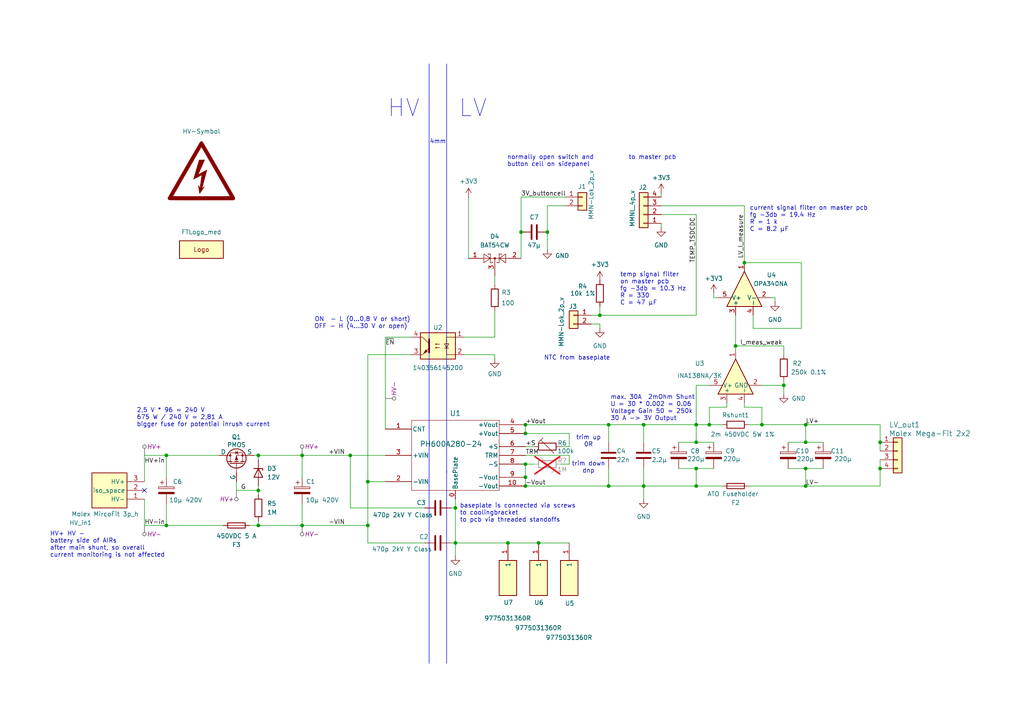
<source format=kicad_sch>
(kicad_sch (version 20231120) (generator "eeschema") (generator_version "8.0")
  (paper "A4")
  (title_block (title "TS-DCDC") (date "2024-12-12") (rev "0.5"))
  (lib_symbols
    (symbol "2024-11-18_21-41-11:PH600A280-24" (pin_names (offset 0.254))
      (property "Reference" "U1" (at 20.32 7.112 0))
      (property "Value" "PH600A280-24" (at 19.05 -1.778 0))
      (symbol "PH600A280-24_1_1"
        (pin passive line (at 20.32 -17.78 90) (length 2.54) (name "BasePlate") (number "0"))
        (pin input line (at 0 2.54 0) (length 7.62) (name "CNT") (number "1"))
        (pin power_out line (at 40.64 -13.97 180) (length 7.62) (name "-Vout") (number "10"))
        (pin power_in line (at 0 -12.7 0) (length 7.62) (name "-VIN") (number "2"))
        (pin power_in line (at 0 -5.08 0) (length 7.62) (name "+VIN") (number "3"))
        (pin power_out line (at 40.64 3.81 180) (length 7.62) (name "+Vout") (number "4"))
        (pin power_out line (at 40.64 1.27 180) (length 7.62) (name "+Vout") (number "5"))
        (pin input line (at 40.64 -2.54 180) (length 7.62) (name "+S") (number "6"))
        (pin input line (at 40.64 -5.08 180) (length 7.62) (name "TRM") (number "7"))
        (pin input line (at 40.64 -7.62 180) (length 7.62) (name "-S") (number "8"))
        (pin power_out line (at 40.64 -11.43 180) (length 7.62) (name "-Vout") (number "9"))
      )
    )
    (symbol "43650-0317:43650-0317"
      (property "Reference" "HV_in1" (at 18.542 -11.938 0))
      (property "Value" "Molex MircoFit 3p_h" (at 11.43 -9.398 0))
      (symbol "43650-0317_1_1"
        (pin power_out line (at 0 -5.08 0) (length 5.08) (name "HV-") (number "1"))
        (pin passive line (at 0 -2.54 0) (length 5.08) (name "iso_space") (number "2"))
        (pin power_out line (at 0 0 0) (length 5.08) (name "HV+") (number "3"))
      )
    )
    (symbol "9775031360R:9775031360R"
      (property "Reference" "U" (at 16.51 7.62 0))
      (property "Value" "9775031360R" (at 16.51 5.08 0))
      (symbol "9775031360R_1_1"
        (pin passive line (at 0 0 0) (length 5.08) (name "1") (number "1"))
      )
    )
    (symbol "Amplifier_Current:INA138" (pin_names (offset 0.127))
      (property "Reference" "U" (at 3.81 5.08 0))
      (property "Value" "INA138" (at 3.81 2.54 0))
      (symbol "INA138_1_1"
        (pin output line (at 7.62 0 180) (length 2.54) (name "~") (number "1"))
        (pin power_in line (at -2.54 -7.62 90) (length 3.81) (name "GND") (number "2"))
        (pin input line (at -7.62 2.54 0) (length 2.54) (name "+") (number "3"))
        (pin input line (at -7.62 -2.54 0) (length 2.54) (name "-") (number "4"))
        (pin power_in line (at -2.54 7.62 270) (length 3.81) (name "V+") (number "5"))
      )
    )
    (symbol "Amplifier_Operational:OPA340NA" (pin_names (offset 0.127))
      (property "Reference" "U" (at -1.27 6.35 0))
      (property "Value" "OPA340NA" (at -1.27 3.81 0))
      (symbol "OPA340NA_0_1"
        (pin power_in line (at -2.54 -7.62 90) (length 3.81) (name "V-") (number "2"))
        (pin power_in line (at -2.54 7.62 270) (length 3.81) (name "V+") (number "5"))
      )
      (symbol "OPA340NA_1_1"
        (pin output line (at 7.62 0 180) (length 2.54) (name "~") (number "1"))
        (pin input line (at -7.62 2.54 0) (length 2.54) (name "+") (number "3"))
        (pin input line (at -7.62 -2.54 0) (length 2.54) (name "-") (number "4"))
      )
    )
    (symbol "Conn_01x02_1" (pin_names (offset 1.016) hide)
      (property "Reference" "J3" (at -1.016 -5.08 0))
      (property "Value" "MMN-Lok_2p_v" (at 3.556 -7.874 90))
      (symbol "Conn_01x02_1_1_1"
        (pin passive line (at -5.08 -2.54 0) (length 3.81) (name "Pin_1") (number "1"))
        (pin passive line (at -5.08 0 0) (length 3.81) (name "Pin_2") (number "2"))
      )
    )
    (symbol "Connector_Generic:Conn_01x02" (pin_names (offset 1.016) hide)
      (property "Reference" "J" (at 0 2.54 0))
      (property "Value" "Conn_01x02" (at 0 -5.08 0))
      (symbol "Conn_01x02_1_1"
        (pin passive line (at -5.08 0 0) (length 3.81) (name "Pin_1") (number "1"))
        (pin passive line (at -5.08 -2.54 0) (length 3.81) (name "Pin_2") (number "2"))
      )
    )
    (symbol "Connector_Generic:Conn_01x04" (pin_names (offset 1.016) hide)
      (property "Reference" "J" (at 0 5.08 0))
      (property "Value" "Conn_01x04" (at 0 -7.62 0))
      (symbol "Conn_01x04_1_1"
        (pin passive line (at -5.08 2.54 0) (length 3.81) (name "Pin_1") (number "1"))
        (pin passive line (at -5.08 0 0) (length 3.81) (name "Pin_2") (number "2"))
        (pin passive line (at -5.08 -2.54 0) (length 3.81) (name "Pin_3") (number "3"))
        (pin passive line (at -5.08 -5.08 0) (length 3.81) (name "Pin_4") (number "4"))
      )
    )
    (symbol "Device:C" (pin_numbers hide) (pin_names (offset 0.254))
      (property "Reference" "C" (at 0.635 2.54 0))
      (property "Value" "C" (at 0.635 -2.54 0))
      (symbol "C_1_1"
        (pin passive line (at 0 3.81 270) (length 2.794) (name "~") (number "1"))
        (pin passive line (at 0 -3.81 90) (length 2.794) (name "~") (number "2"))
      )
    )
    (symbol "Device:C_Polarized" (pin_numbers hide) (pin_names (offset 0.254))
      (property "Reference" "C" (at 0.635 2.54 0))
      (property "Value" "C_Polarized" (at 0.635 -2.54 0))
      (symbol "C_Polarized_1_1"
        (pin passive line (at 0 3.81 270) (length 2.794) (name "~") (number "1"))
        (pin passive line (at 0 -3.81 90) (length 2.794) (name "~") (number "2"))
      )
    )
    (symbol "Device:D_Zener" (pin_numbers hide) (pin_names (offset 1.016) hide)
      (property "Reference" "D" (at 0 2.54 0))
      (property "Value" "D_Zener" (at 0 -2.54 0))
      (symbol "D_Zener_1_1"
        (pin passive line (at -3.81 0 0) (length 2.54) (name "K") (number "1"))
        (pin passive line (at 3.81 0 180) (length 2.54) (name "A") (number "2"))
      )
    )
    (symbol "Device:Fuse" (pin_numbers hide) (pin_names (offset 0))
      (property "Reference" "F" (at 2.032 0 90))
      (property "Value" "Fuse" (at -1.905 0 90))
      (symbol "Fuse_1_1"
        (pin passive line (at 0 3.81 270) (length 1.27) (name "~") (number "1"))
        (pin passive line (at 0 -3.81 90) (length 1.27) (name "~") (number "2"))
      )
    )
    (symbol "Device:R" (pin_numbers hide) (pin_names (offset 0))
      (property "Reference" "R" (at 2.032 0 90))
      (property "Value" "R" (at 0 0 90))
      (symbol "R_1_1"
        (pin passive line (at 0 3.81 270) (length 1.27) (name "~") (number "1"))
        (pin passive line (at 0 -3.81 90) (length 1.27) (name "~") (number "2"))
      )
    )
    (symbol "Device:R_Trim" (pin_numbers hide) (pin_names (offset 0))
      (property "Reference" "R" (at 2.54 -2.54 90))
      (property "Value" "R_Trim" (at -2.54 -0.635 90))
      (symbol "R_Trim_1_1"
        (pin passive line (at 0 3.81 270) (length 1.27) (name "~") (number "1"))
        (pin passive line (at 0 -3.81 90) (length 1.27) (name "~") (number "2"))
      )
    )
    (symbol "Diode:BAT54CW" (pin_names (offset 1.016))
      (property "Reference" "D" (at 0.635 -3.81 0))
      (property "Value" "BAT54CW" (at -6.35 3.175 0))
      (symbol "BAT54CW_1_1"
        (pin passive line (at -7.62 0 0) (length 3.81) (name "~") (number "1"))
        (pin passive line (at 7.62 0 180) (length 3.81) (name "~") (number "2"))
        (pin passive line (at 0 -5.08 90) (length 5.08) (name "~") (number "3"))
      )
    )
    (symbol "FaSTTUBe_logos:FTLogo_med"
      (property "Value" "FTLogo_med" (at 0 -3.81 0))
      (symbol "FTLogo_med_0_0"
        (text "Logo" (at 0 0 0) (effects (font (size 1.27 1.27))))
      )
    )
    (symbol "FaSTTUBe_logos:HV-Symbol" (pin_names (offset 1.016))
      (property "Value" "HV-Symbol" (at 0 -10.16 0))
    )
    (symbol "Fuse_1" (pin_numbers hide) (pin_names (offset 0))
      (property "Reference" "F2" (at 4.826 0 90))
      (property "Value" "ATO Fuseholder" (at 2.286 0.762 90))
      (symbol "Fuse_1_1_1"
        (pin passive line (at 0 3.81 270) (length 1.27) (name "~") (number "1"))
        (pin passive line (at 0 -3.81 90) (length 1.27) (name "~") (number "2"))
      )
    )
    (symbol "Relay_SolidState:34.81-7048"
      (property "Reference" "U2" (at 0 5.334 0))
      (property "Value" "140356145200" (at 0 -6.35 0))
      (symbol "34.81-7048_1_1"
        (pin passive line (at -7.62 2.54 0) (length 2.54) (name "") (number "1"))
        (pin passive line (at -7.62 -2.54 0) (length 2.54) (name "~") (number "2"))
        (pin passive line (at 7.62 -2.54 180) (length 2.54) (name "~") (number "3"))
        (pin passive line (at 7.62 2.54 180) (length 2.54) (name "~") (number "4"))
      )
    )
    (symbol "Simulation_SPICE:PMOS" (pin_numbers hide) (pin_names (offset 0))
      (property "Reference" "Q" (at 5.08 1.27 0))
      (property "Value" "PMOS" (at 5.08 -1.27 0))
      (symbol "PMOS_1_1"
        (pin passive line (at 2.54 5.08 270) (length 2.54) (name "D") (number "1"))
        (pin input line (at -5.08 0 0) (length 2.54) (name "G") (number "2"))
        (pin passive line (at 2.54 -5.08 90) (length 2.54) (name "S") (number "3"))
      )
    )
    (symbol "power:+3V3" (power) (pin_numbers hide) (pin_names (offset 0) hide)
      (property "Value" "+3V3" (at 0 3.556 0))
      (symbol "+3V3_1_1"
        (pin power_in line (at 0 0 90) (length 0) (name "~") (number "1"))
      )
    )
    (symbol "power:GND" (power) (pin_numbers hide) (pin_names (offset 0) hide)
      (property "Value" "GND" (at 0 -3.81 0))
      (symbol "GND_1_1"
        (pin power_in line (at 0 0 270) (length 0) (name "~") (number "1"))
      )
    )
  )
  (junction (at 152.4 134.62))
  (junction (at 186.69 123.19))
  (junction (at 106.68 139.7))
  (junction (at 87.63 152.4))
  (junction (at 48.26 132.08))
  (junction (at 201.93 128.27))
  (junction (at 233.68 140.97))
  (junction (at 213.36 100.33))
  (junction (at 176.53 123.19))
  (junction (at 151.13 67.31))
  (junction (at 152.4 138.43))
  (junction (at 147.32 157.48))
  (junction (at 201.93 135.89))
  (junction (at 48.26 152.4))
  (junction (at 152.4 123.19))
  (junction (at 74.93 152.4))
  (junction (at 132.08 157.48))
  (junction (at 106.68 152.4))
  (junction (at 152.4 140.97))
  (junction (at 74.93 142.24))
  (junction (at 205.74 123.19))
  (junction (at 201.93 123.19))
  (junction (at 176.53 140.97))
  (junction (at 255.27 135.89))
  (junction (at 233.68 128.27))
  (junction (at 233.68 135.89))
  (junction (at 173.99 91.44))
  (junction (at 158.75 67.31))
  (junction (at 156.21 157.48))
  (junction (at 152.4 125.73))
  (junction (at 201.93 140.97))
  (junction (at 220.98 123.19))
  (junction (at 255.27 128.27))
  (junction (at 74.93 132.08))
  (junction (at 132.08 147.32))
  (junction (at 186.69 140.97))
  (junction (at 215.9 76.2))
  (junction (at 233.68 123.19))
  (junction (at 101.6 132.08))
  (junction (at 227.33 111.76))
  (junction (at 87.63 132.08))
  (no_connect (at 41.91 142.24))
  (wire (pts (xy 233.68 135.89) (xy 233.68 140.97)))
  (wire (pts (xy 233.68 128.27) (xy 238.76 128.27)))
  (wire (pts (xy 41.91 152.4) (xy 41.91 144.78)))
  (wire (pts (xy 176.53 123.19) (xy 176.53 128.27)))
  (wire (pts (xy 48.26 152.4) (xy 64.77 152.4)))
  (wire (pts (xy 176.53 135.89) (xy 176.53 140.97)))
  (wire (pts (xy 111.76 97.79) (xy 111.76 124.46)))
  (wire (pts (xy 158.75 59.69) (xy 158.75 67.31)))
  (wire (pts (xy 201.93 123.19) (xy 205.74 123.19)))
  (wire (pts (xy 152.4 134.62) (xy 154.94 134.62)))
  (wire (pts (xy 228.6 128.27) (xy 233.68 128.27)))
  (wire (pts (xy 74.93 132.08) (xy 87.63 132.08)))
  (wire (pts (xy 201.93 111.76) (xy 205.74 111.76)))
  (wire (pts (xy 106.68 139.7) (xy 111.76 139.7)))
  (wire (pts (xy 151.13 57.15) (xy 163.83 57.15)))
  (wire (pts (xy 132.08 157.48) (xy 130.81 157.48)))
  (wire (pts (xy 106.68 139.7) (xy 106.68 152.4)))
  (wire (pts (xy 201.93 62.23) (xy 201.93 91.44)))
  (wire (pts (xy 173.99 93.98) (xy 171.45 93.98)))
  (wire (pts (xy 143.51 80.01) (xy 143.51 82.55)))
  (wire (pts (xy 132.08 157.48) (xy 147.32 157.48)))
  (wire (pts (xy 74.93 152.4) (xy 87.63 152.4)))
  (wire (pts (xy 205.74 123.19) (xy 209.55 123.19)))
  (wire (pts (xy 134.62 102.87) (xy 143.51 102.87)))
  (wire (pts (xy 165.1 129.54) (xy 162.56 129.54)))
  (wire (pts (xy 134.62 97.79) (xy 143.51 97.79)))
  (wire (pts (xy 201.93 111.76) (xy 201.93 123.19)))
  (wire (pts (xy 210.82 116.84) (xy 210.82 118.11)))
  (wire (pts (xy 210.82 118.11) (xy 205.74 118.11)))
  (wire (pts (xy 135.89 57.15) (xy 135.89 74.93)))
  (wire (pts (xy 218.44 95.25) (xy 232.41 95.25)))
  (wire (pts (xy 165.1 134.62) (xy 165.1 132.08)))
  (wire (pts (xy 227.33 111.76) (xy 227.33 114.3)))
  (wire (pts (xy 152.4 123.19) (xy 176.53 123.19)))
  (polyline (pts (xy 124.46 18.542) (xy 124.46 192.405)))
  (wire (pts (xy 208.28 86.36) (xy 207.01 86.36)))
  (wire (pts (xy 191.77 66.04) (xy 191.77 64.77)))
  (wire (pts (xy 151.13 57.15) (xy 151.13 67.31)))
  (wire (pts (xy 152.4 138.43) (xy 152.4 134.62)))
  (wire (pts (xy 41.91 152.4) (xy 48.26 152.4)))
  (wire (pts (xy 217.17 140.97) (xy 233.68 140.97)))
  (wire (pts (xy 132.08 147.32) (xy 132.08 157.48)))
  (wire (pts (xy 220.98 118.11) (xy 220.98 123.19)))
  (wire (pts (xy 255.27 128.27) (xy 255.27 130.81)))
  (wire (pts (xy 224.79 87.63) (xy 224.79 86.36)))
  (wire (pts (xy 186.69 123.19) (xy 201.93 123.19)))
  (wire (pts (xy 152.4 129.54) (xy 154.94 129.54)))
  (wire (pts (xy 48.26 146.05) (xy 48.26 152.4)))
  (wire (pts (xy 74.93 133.35) (xy 74.93 132.08)))
  (wire (pts (xy 74.93 143.51) (xy 74.93 142.24)))
  (wire (pts (xy 68.58 139.7) (xy 68.58 142.24)))
  (wire (pts (xy 233.68 140.97) (xy 255.27 140.97)))
  (wire (pts (xy 106.68 152.4) (xy 106.68 157.48)))
  (wire (pts (xy 213.36 91.44) (xy 213.36 100.33)))
  (wire (pts (xy 186.69 140.97) (xy 201.93 140.97)))
  (wire (pts (xy 173.99 88.9) (xy 173.99 91.44)))
  (wire (pts (xy 213.36 100.33) (xy 227.33 100.33)))
  (wire (pts (xy 72.39 152.4) (xy 74.93 152.4)))
  (wire (pts (xy 173.99 91.44) (xy 201.93 91.44)))
  (wire (pts (xy 186.69 123.19) (xy 186.69 128.27)))
  (wire (pts (xy 186.69 140.97) (xy 186.69 144.78)))
  (wire (pts (xy 220.98 111.76) (xy 227.33 111.76)))
  (wire (pts (xy 201.93 128.27) (xy 207.01 128.27)))
  (wire (pts (xy 186.69 135.89) (xy 186.69 140.97)))
  (wire (pts (xy 201.93 135.89) (xy 201.93 140.97)))
  (wire (pts (xy 158.75 67.31) (xy 158.75 72.39)))
  (wire (pts (xy 220.98 118.11) (xy 215.9 118.11)))
  (wire (pts (xy 228.6 135.89) (xy 233.68 135.89)))
  (wire (pts (xy 73.66 132.08) (xy 74.93 132.08)))
  (wire (pts (xy 87.63 152.4) (xy 106.68 152.4)))
  (wire (pts (xy 106.68 102.87) (xy 119.38 102.87)))
  (wire (pts (xy 87.63 132.08) (xy 101.6 132.08)))
  (wire (pts (xy 132.08 144.78) (xy 132.08 147.32)))
  (polyline (pts (xy 129.54 136.525) (xy 129.54 192.405)))
  (wire (pts (xy 152.4 123.19) (xy 152.4 125.73)))
  (wire (pts (xy 87.63 132.08) (xy 87.63 138.43)))
  (wire (pts (xy 191.77 57.15) (xy 191.77 55.88)))
  (wire (pts (xy 232.41 76.2) (xy 215.9 76.2)))
  (wire (pts (xy 201.93 140.97) (xy 209.55 140.97)))
  (wire (pts (xy 165.1 125.73) (xy 152.4 125.73)))
  (wire (pts (xy 74.93 142.24) (xy 74.93 140.97)))
  (wire (pts (xy 205.74 118.11) (xy 205.74 123.19)))
  (wire (pts (xy 147.32 157.48) (xy 156.21 157.48)))
  (wire (pts (xy 101.6 132.08) (xy 111.76 132.08)))
  (wire (pts (xy 196.85 128.27) (xy 201.93 128.27)))
  (wire (pts (xy 106.68 102.87) (xy 106.68 139.7)))
  (wire (pts (xy 196.85 135.89) (xy 201.93 135.89)))
  (wire (pts (xy 232.41 95.25) (xy 232.41 76.2)))
  (wire (pts (xy 162.56 134.62) (xy 165.1 134.62)))
  (wire (pts (xy 163.83 59.69) (xy 158.75 59.69)))
  (wire (pts (xy 176.53 123.19) (xy 186.69 123.19)))
  (wire (pts (xy 48.26 132.08) (xy 63.5 132.08)))
  (wire (pts (xy 213.36 100.33) (xy 213.36 101.6)))
  (wire (pts (xy 224.79 86.36) (xy 223.52 86.36)))
  (wire (pts (xy 173.99 91.44) (xy 171.45 91.44)))
  (wire (pts (xy 74.93 151.13) (xy 74.93 152.4)))
  (wire (pts (xy 233.68 135.89) (xy 238.76 135.89)))
  (wire (pts (xy 217.17 123.19) (xy 220.98 123.19)))
  (wire (pts (xy 215.9 59.69) (xy 215.9 76.2)))
  (wire (pts (xy 152.4 140.97) (xy 176.53 140.97)))
  (wire (pts (xy 233.68 123.19) (xy 233.68 128.27)))
  (wire (pts (xy 201.93 135.89) (xy 207.01 135.89)))
  (wire (pts (xy 191.77 59.69) (xy 215.9 59.69)))
  (polyline (pts (xy 129.54 18.542) (xy 129.54 137.16)))
  (wire (pts (xy 123.19 147.32) (xy 101.6 147.32)))
  (wire (pts (xy 152.4 140.97) (xy 152.4 138.43)))
  (wire (pts (xy 255.27 133.35) (xy 255.27 135.89)))
  (wire (pts (xy 68.58 142.24) (xy 74.93 142.24)))
  (wire (pts (xy 176.53 140.97) (xy 186.69 140.97)))
  (wire (pts (xy 233.68 123.19) (xy 255.27 123.19)))
  (wire (pts (xy 173.99 93.98) (xy 173.99 95.25)))
  (wire (pts (xy 215.9 118.11) (xy 215.9 116.84)))
  (wire (pts (xy 152.4 132.08) (xy 165.1 132.08)))
  (wire (pts (xy 255.27 135.89) (xy 255.27 140.97)))
  (wire (pts (xy 151.13 67.31) (xy 151.13 74.93)))
  (wire (pts (xy 143.51 97.79) (xy 143.51 90.17)))
  (wire (pts (xy 165.1 129.54) (xy 165.1 125.73)))
  (wire (pts (xy 132.08 147.32) (xy 130.81 147.32)))
  (wire (pts (xy 132.08 161.29) (xy 132.08 157.48)))
  (wire (pts (xy 101.6 147.32) (xy 101.6 132.08)))
  (wire (pts (xy 48.26 132.08) (xy 48.26 138.43)))
  (wire (pts (xy 106.68 157.48) (xy 123.19 157.48)))
  (wire (pts (xy 111.76 97.79) (xy 119.38 97.79)))
  (wire (pts (xy 165.1 157.48) (xy 156.21 157.48)))
  (wire (pts (xy 227.33 100.33) (xy 227.33 102.87)))
  (wire (pts (xy 220.98 123.19) (xy 233.68 123.19)))
  (wire (pts (xy 41.91 132.08) (xy 48.26 132.08)))
  (wire (pts (xy 207.01 86.36) (xy 207.01 85.09)))
  (wire (pts (xy 41.91 132.08) (xy 41.91 139.7)))
  (wire (pts (xy 255.27 123.19) (xy 255.27 128.27)))
  (wire (pts (xy 227.33 110.49) (xy 227.33 111.76)))
  (wire (pts (xy 201.93 62.23) (xy 191.77 62.23)))
  (wire (pts (xy 218.44 95.25) (xy 218.44 91.44)))
  (wire (pts (xy 87.63 152.4) (xy 87.63 146.05)))
  (wire (pts (xy 143.51 102.87) (xy 143.51 104.14)))
  (wire (pts (xy 201.93 123.19) (xy 201.93 128.27)))
  (text "trim down\ndnp" (at 170.688 135.636 0) (effects (font (size 1.27 1.27))))
  (text " ON  - L (0...0,8 V or short)\nOFF - H (4...30 V or open)" (at 104.648 93.726 0) (effects (font (size 1.27 1.27))))
  (text "max. 30A  2mOhm Shunt \nU = 30 * 0.002 = 0.06\nVoltage Gain 50 = 250k\n30 A -> 3V Output\n" (at 177.038 118.364 0) (effects (font (size 1.27 1.27)) (justify left)))
  (text "trim up\n0R" (at 170.688 128.016 0) (effects (font (size 1.27 1.27))))
  (text "2,5 V * 96 = 240 V\n675 W / 240 V = 2,81 A\nbigger fuse for potential inrush current\n\n" (at 39.624 122.174 0) (effects (font (size 1.27 1.27)) (justify left)))
  (text "current signal filter on master pcb\nfg -3db = 19.4 Hz\nR = 1 k\nC = 8.2 µF\n" (at 217.424 63.5 0) (effects (font (size 1.27 1.27)) (justify left)))
  (text "LV" (at 137.16 31.496 0) (effects (font (size 5 5))))
  (text "4mm" (at 127 41.148 0) (effects (font (size 1.27 1.27))))
  (text "normally open switch and\nbutton cell on sidepanel\n " (at 147.066 44.958 0) (effects (font (size 1.27 1.27)) (justify left top)))
  (text "NTC from baseplate" (at 167.386 103.886 0) (effects (font (size 1.27 1.27))))
  (text "HV" (at 117.094 31.496 0) (effects (font (size 5 5))))
  (text "HV+ HV -\nbattery side of AIRs\nafter main shunt, so overall \ncurrent monitoring is not affected" (at 14.478 157.988 0) (effects (font (size 1.27 1.27)) (justify left)))
  (text "to master pcb" (at 189.23 45.72 0) (effects (font (size 1.27 1.27))))
  (text "baseplate is connected via screws \nto coolingbracket\nto pcb via threaded standoffs\n" (at 133.35 148.844 0) (effects (font (size 1.27 1.27)) (justify left)))
  (text "temp signal filter \non master pcb\nfg -3db = 10.3 Hz\nR = 330\nC = 47 µF" (at 179.832 83.82 0) (effects (font (size 1.27 1.27)) (justify left)))
  (label "LV+" (at 233.68 123.19 0))
  (label "-Vout" (at 152.4 140.97 0))
  (label "LV-" (at 233.68 140.97 0))
  (label "TEMP_TSDCDC" (at 201.93 76.2 90))
  (label "G" (at 69.85 142.24 0))
  (label "+S" (at 152.4 129.54 0))
  (label "+Vout" (at 152.4 123.19 0))
  (label "TRM" (at 152.4 132.08 0))
  (label "-VIN" (at 95.25 152.4 0))
  (label "LV_I_measure" (at 215.9 74.93 90))
  (label "HV+in" (at 41.91 134.62 0))
  (label "I_meas_weak" (at 214.63 100.33 0))
  (label "3V_buttoncell" (at 151.13 57.15 0))
  (label "HV-in" (at 41.91 152.4 0))
  (label "~{EN}" (at 111.76 100.33 0))
  (label "+VIN" (at 95.25 132.08 0))
  (netclass_flag "" (length 2.54) (shape round) (at 41.91 132.08 0) (property "Netclass" "HV+" (at 42.6085 129.54 0) (effects (font (italic yes)) (justify left))))
  (netclass_flag "" (length 2.54) (shape round) (at 41.91 152.4 180) (property "Netclass" "HV-" (at 42.6085 154.94 0) (effects (font (italic yes)) (justify left))))
  (netclass_flag "" (length 2.54) (shape round) (at 111.76 115.57 270) (property "Netclass" "HV-" (at 114.3 114.8715 90) (effects (font (italic yes)) (justify left))))
  (netclass_flag "" (length 2.54) (shape round) (at 87.63 132.08 0) (property "Netclass" "HV+" (at 88.3285 129.54 0) (effects (font (italic yes)) (justify left))))
  (netclass_flag "" (length 2.54) (shape round) (at 68.58 142.24 180) (property "Netclass" "HV+" (at 67.8815 144.78 0) (effects (font (italic yes)) (justify right))))
  (netclass_flag "" (length 2.54) (shape round) (at 87.63 152.4 180) (property "Netclass" "HV-" (at 88.3285 154.94 0) (effects (font (italic yes)) (justify left))))
  (symbol (lib_id "9775031360R:9775031360R") (at 165.1 157.48 270) (unit 1)
    (property "Reference" "U5" (at 163.83 175.006 90) (effects (justify left)))
    (property "Value" "9775031360R" (at 158.242 184.912 90) (effects (justify left)))
    (property "Footprint" "9775031360R" (effects (hide yes)))
    (property "Datasheet" "https://www.we-online.com/components/products/datasheet/9775031360R.pdf" (effects (hide yes)))
    (property "Description" "Round Standoff Threaded M3 Steel 0.039\" (1.00mm)" (effects (hide yes)))
    (property "Height" "4.2" (effects (hide yes)))
    (property "Mouser Part Number" "710-9775031360R" (effects (hide yes)))
    (property "Mouser Price/Stock" "https://www.mouser.co.uk/ProductDetail/Wurth-Elektronik/9775031360R?qs=lBTPRtX1sU%252BooRt%2F6rjYpA%3D%3D" (effects (hide yes)))
    (property "Manufacturer_Name" "Wurth Elektronik" (effects (hide yes)))
    (property "Manufacturer_Part_Number" "9775031360R" (effects (hide yes)))
  )
  (symbol (lib_id "Device:C_Polarized") (at 196.85 132.08 0) (unit 1)
    (property "Reference" "C8" (at 202.946 130.81 0) (effects (justify right)))
    (property "Value" "220µ" (at 204.47 133.096 0) (effects (justify right)))
    (property "Footprint" "Capacitor_THT:CP_Radial_D10.0mm_P5.00mm" (effects (hide yes)))
    (property "Datasheet" "https://mou.sr/3E8B9GR" (effects (hide yes)))
    (property "Description" "Polarized capacitor" (effects (hide yes)))
  )
  (symbol (lib_id "Device:C") (at 176.53 132.08 0) (unit 1)
    (property "Reference" "C4" (at 178.816 130.81 0) (effects (justify left)))
    (property "Value" "22n" (at 178.816 133.35 0) (effects (justify left)))
    (property "Footprint" "Capacitor_SMD:C_1206_3216Metric" (effects (hide yes)))
    (property "Description" "Unpolarized capacitor" (effects (hide yes)))
  )
  (symbol (lib_id "Device:R") (at 74.93 147.32 0) (unit 1)
    (property "Reference" "R5" (at 77.47 146.0499 0) (effects (justify left)))
    (property "Value" "1M" (at 77.47 148.5899 0) (effects (justify left)))
    (property "Footprint" "Resistor_SMD:R_2010_5025Metric" (effects (hide yes)))
    (property "Description" "Resistor" (effects (hide yes)))
  )
  (symbol (lib_id "Connector_Generic:Conn_01x04") (at 186.69 62.23 180) (unit 1)
    (property "Reference" "J2" (at 186.436 54.356 0))
    (property "Value" "MMNL_4p_v" (at 183.388 60.452 90))
    (property "Footprint" "FaSTTUBe_connectors:Micro_Mate-N-Lok_4p_vertical" (effects (hide yes)))
    (property "Description" "Generic connector, single row, 01x04, script generated (kicad-library-utils/schlib/autogen/connector/)" (effects (hide yes)))
  )
  (symbol (lib_id "power:GND") (at 186.69 144.78 0) (unit 1)
    (property "Reference" "#PWR01" (effects (hide yes)))
    (property "Value" "GND" (at 186.69 149.86 0))
    (property "Description" "Power symbol creates a global label with name \"GND\" , ground" (effects (hide yes)))
  )
  (symbol (lib_id "Device:D_Zener") (at 74.93 137.16 270) (unit 1)
    (property "Reference" "D3" (at 77.47 135.8899 90) (effects (justify left)))
    (property "Value" "12V" (at 77.47 138.4299 90) (effects (justify left)))
    (property "Footprint" "Diode_SMD:D_SOD-323" (effects (hide yes)))
    (property "Datasheet" "https://assets.nexperia.com/documents/data-sheet/PDZ-B_SER.pdf" (effects (hide yes)))
    (property "Description" "Zener diode" (effects (hide yes)))
  )
  (symbol (lib_id "power:+3V3") (at 191.77 55.88 0) (mirror y) (unit 1)
    (property "Reference" "#PWR05" (effects (hide yes)))
    (property "Value" "+3V3" (at 191.77 51.562 0))
    (property "Description" "Power symbol creates a global label with name \"+3V3\"" (effects (hide yes)))
  )
  (symbol (lib_id "Amplifier_Operational:OPA340NA") (at 215.9 83.82 90) (unit 1)
    (property "Reference" "U4" (at 223.774 79.756 90))
    (property "Value" "OPA340NA" (at 223.52 82.296 90))
    (property "Footprint" "Package_TO_SOT_SMD:SOT-23-5" (effects (hide yes)))
    (property "Datasheet" "http://www.ti.com/lit/ds/symlink/opa340.pdf" (effects (hide yes)))
    (property "Description" "Single Single-Supply, Rail-to-Rail Operational Amplifier, MicroAmplifier Series, SOT-23-5" (effects (hide yes)))
  )
  (symbol (lib_id "Device:C_Polarized") (at 228.6 132.08 0) (unit 1)
    (property "Reference" "C10" (at 234.696 130.81 0) (effects (justify right)))
    (property "Value" "220µ" (at 236.22 133.096 0) (effects (justify right)))
    (property "Footprint" "Capacitor_THT:CP_Radial_D10.0mm_P5.00mm" (effects (hide yes)))
    (property "Datasheet" "https://mou.sr/3E8B9GR" (effects (hide yes)))
    (property "Description" "Polarized capacitor" (effects (hide yes)))
  )
  (symbol (lib_id "Device:C_Polarized") (at 87.63 142.24 0) (unit 1)
    (property "Reference" "C1" (at 91.44 139.7 0) (effects (justify right)))
    (property "Value" "10µ 420V" (at 98.298 145.034 0) (effects (justify right)))
    (property "Footprint" "Capacitor_THT:CP_Radial_D12.5mm_P5.00mm" (effects (hide yes)))
    (property "Datasheet" "https://mou.sr/3CdDpvY" (effects (hide yes)))
    (property "Description" "Polarized capacitor" (effects (hide yes)))
  )
  (symbol (lib_id "Device:C") (at 127 157.48 90) (unit 1)
    (property "Reference" "C2" (at 122.936 155.702 90))
    (property "Value" "470p 2kV Y Class" (at 116.586 159.258 90))
    (property "Footprint" "footprints:VY1471M29Y5UC63V0" (effects (hide yes)))
    (property "Datasheet" "https://www.vishay.com/docs/28537/vy1series.pdf" (effects (hide yes)))
    (property "Description" "Unpolarized capacitor" (effects (hide yes)))
  )
  (symbol (lib_id "Device:C_Polarized") (at 207.01 132.08 0) (unit 1)
    (property "Reference" "C9" (at 213.106 130.81 0) (effects (justify right)))
    (property "Value" "220µ" (at 214.884 133.096 0) (effects (justify right)))
    (property "Footprint" "Capacitor_THT:CP_Radial_D10.0mm_P5.00mm" (effects (hide yes)))
    (property "Datasheet" "https://mou.sr/3E8B9GR" (effects (hide yes)))
    (property "Description" "Polarized capacitor" (effects (hide yes)))
  )
  (symbol (lib_id "9775031360R:9775031360R") (at 156.21 157.48 270) (unit 1)
    (property "Reference" "U6" (at 154.94 174.752 90) (effects (justify left)))
    (property "Value" "9775031360R" (at 149.352 182.118 90) (effects (justify left)))
    (property "Footprint" "9775031360R" (effects (hide yes)))
    (property "Datasheet" "https://www.we-online.com/components/products/datasheet/9775031360R.pdf" (effects (hide yes)))
    (property "Description" "Round Standoff Threaded M3 Steel 0.039\" (1.00mm)" (effects (hide yes)))
    (property "Height" "4.2" (effects (hide yes)))
    (property "Mouser Part Number" "710-9775031360R" (effects (hide yes)))
    (property "Mouser Price/Stock" "https://www.mouser.co.uk/ProductDetail/Wurth-Elektronik/9775031360R?qs=lBTPRtX1sU%252BooRt%2F6rjYpA%3D%3D" (effects (hide yes)))
    (property "Manufacturer_Name" "Wurth Elektronik" (effects (hide yes)))
    (property "Manufacturer_Part_Number" "9775031360R" (effects (hide yes)))
  )
  (symbol (lib_id "2024-11-18_21-41-11:PH600A280-24") (at 111.76 127 0) (unit 1)
    (property "Reference" "U1" (at 132.08 119.888 0) (effects (font (size 1.524 1.524))))
    (property "Value" "PH600A280-24" (at 130.81 128.778 0) (effects (font (size 1.524 1.524))))
    (property "Footprint" "footprints:PH300A_thru_PH600A_TDK" (effects (hide yes)))
    (property "Datasheet" "PH600A280-24" (effects (hide yes)))
  )
  (symbol (lib_id "Device:C") (at 154.94 67.31 90) (unit 1)
    (property "Reference" "C7" (at 154.94 62.992 90))
    (property "Value" "47µ" (at 154.94 71.12 90))
    (property "Footprint" "Capacitor_SMD:C_1210_3225Metric" (effects (hide yes)))
    (property "Description" "Unpolarized capacitor" (effects (hide yes)))
  )
  (symbol (lib_id "power:+3V3") (at 173.99 81.28 0) (mirror y) (unit 1)
    (property "Reference" "#PWR08" (effects (hide yes)))
    (property "Value" "+3V3" (at 173.99 76.708 0))
    (property "Description" "Power symbol creates a global label with name \"+3V3\"" (effects (hide yes)))
  )
  (symbol (lib_id "FaSTTUBe_logos:HV-Symbol") (at 58.42 49.53 0) (unit 1)
    (property "Reference" "#Logo2" (effects (hide yes)))
    (property "Value" "HV-Symbol" (at 58.4225 38.1 0))
    (property "Footprint" "FaSTTUBe_logos:HV-Warning" (effects (hide yes)))
  )
  (symbol (lib_id "Device:C_Polarized") (at 48.26 142.24 0) (unit 1)
    (property "Reference" "C6" (at 52.832 139.7 0) (effects (justify right)))
    (property "Value" "10µ 420V" (at 58.674 145.034 0) (effects (justify right)))
    (property "Footprint" "Capacitor_THT:CP_Radial_D12.5mm_P5.00mm" (effects (hide yes)))
    (property "Datasheet" "https://mou.sr/3CdDpvY" (effects (hide yes)))
    (property "Description" "Polarized capacitor" (effects (hide yes)))
  )
  (symbol (lib_id "power:GND") (at 227.33 114.3 0) (unit 1)
    (property "Reference" "#PWR02" (effects (hide yes)))
    (property "Value" "GND" (at 231.648 115.57 0))
    (property "Description" "Power symbol creates a global label with name \"GND\" , ground" (effects (hide yes)))
  )
  (symbol (lib_id "Device:C_Polarized") (at 238.76 132.08 0) (unit 1)
    (property "Reference" "C11" (at 244.856 130.81 0) (effects (justify right)))
    (property "Value" "220µ" (at 247.142 133.096 0) (effects (justify right)))
    (property "Footprint" "Capacitor_THT:CP_Radial_D10.0mm_P5.00mm" (effects (hide yes)))
    (property "Datasheet" "https://mou.sr/3E8B9GR" (effects (hide yes)))
    (property "Description" "Polarized capacitor" (effects (hide yes)))
  )
  (symbol (lib_id "Device:R_Trim") (at 158.75 134.62 270) (unit 1) (dnp yes)
    (property "Reference" "R7" (at 163.068 133.604 90))
    (property "Value" "1M" (at 163.068 136.144 90))
    (property "Footprint" "Potentiometer_SMD:Potentiometer_Bourns_TC33X_Vertical" (effects (hide yes)))
    (property "Description" "Trimmable resistor (preset resistor)" (effects (hide yes)))
  )
  (symbol (lib_id "power:GND") (at 132.08 161.29 0) (unit 1)
    (property "Reference" "#PWR010" (effects (hide yes)))
    (property "Value" "GND" (at 132.08 166.37 0))
    (property "Description" "Power symbol creates a global label with name \"GND\" , ground" (effects (hide yes)))
  )
  (symbol (lib_id "Relay_SolidState:34.81-7048") (at 127 100.33 0) (mirror y) (unit 1)
    (property "Reference" "U2" (at 127 94.996 0))
    (property "Value" "140356145200" (at 127 106.68 0))
    (property "Footprint" "footprints:SOP254P700X210-4N" (effects (hide yes)))
    (property "Datasheet" "https://www.we-online.com/components/products/datasheet/140356145200.pdf" (effects (hide yes)))
    (property "Description" "Ultra-Slim Solid-State Relay, 0.1A, 48V DC output switching" (effects (hide yes)))
  )
  (symbol (lib_id "Connector_Generic:Conn_01x04") (at 260.35 130.81 0) (unit 1)
    (property "Reference" "LV_out1" (at 257.81 123.19 0) (effects (font (size 1.524 1.524)) (justify left)))
    (property "Value" "Molex Mega-Fit 2x2" (at 257.81 125.73 0) (effects (font (size 1.524 1.524)) (justify left)))
    (property "Footprint" "footprints:CONN_SD-76825-0100_04_MOL" (effects (hide yes)))
    (property "Description" "Generic connector, single row, 01x04, script generated (kicad-library-utils/schlib/autogen/connector/)" (effects (hide yes)))
  )
  (symbol (lib_id "Device:Fuse") (at 68.58 152.4 90) (mirror x) (unit 1)
    (property "Reference" "F3" (at 68.58 157.988 90))
    (property "Value" "450VDC 5 A" (at 68.58 155.448 90))
    (property "Footprint" "footprints:0ACG5000TE" (effects (hide yes)))
    (property "Datasheet" "https://www.mouser.de/datasheet/2/643/ds_CP_0ACG_series-2000946.pdf" (effects (hide yes)))
    (property "Description" "Fuse" (effects (hide yes)))
  )
  (symbol (lib_id "power:+3V3") (at 135.89 57.15 0) (unit 1)
    (property "Reference" "#PWR09" (effects (hide yes)))
    (property "Value" "+3V3" (at 135.89 52.578 0))
    (property "Description" "Power symbol creates a global label with name \"+3V3\"" (effects (hide yes)))
  )
  (symbol (lib_id "9775031360R:9775031360R") (at 147.32 157.48 270) (unit 1)
    (property "Reference" "U7" (at 146.05 174.752 90) (effects (justify left)))
    (property "Value" "9775031360R" (at 140.462 179.324 90) (effects (justify left)))
    (property "Footprint" "9775031360R" (effects (hide yes)))
    (property "Datasheet" "https://www.we-online.com/components/products/datasheet/9775031360R.pdf" (effects (hide yes)))
    (property "Description" "Round Standoff Threaded M3 Steel 0.039\" (1.00mm)" (effects (hide yes)))
    (property "Height" "4.2" (effects (hide yes)))
    (property "Mouser Part Number" "710-9775031360R" (effects (hide yes)))
    (property "Mouser Price/Stock" "https://www.mouser.co.uk/ProductDetail/Wurth-Elektronik/9775031360R?qs=lBTPRtX1sU%252BooRt%2F6rjYpA%3D%3D" (effects (hide yes)))
    (property "Manufacturer_Name" "Wurth Elektronik" (effects (hide yes)))
    (property "Manufacturer_Part_Number" "9775031360R" (effects (hide yes)))
  )
  (symbol (lib_id "power:GND") (at 173.99 95.25 0) (unit 1)
    (property "Reference" "#PWR06" (effects (hide yes)))
    (property "Value" "GND" (at 173.99 100.33 0))
    (property "Description" "Power symbol creates a global label with name \"GND\" , ground" (effects (hide yes)))
  )
  (symbol (lib_id "Device:R") (at 173.99 85.09 0) (unit 1)
    (property "Reference" "R4" (at 167.64 83.058 0) (effects (justify left)))
    (property "Value" "10k 1%" (at 165.354 85.09 0) (effects (justify left)))
    (property "Footprint" "Resistor_SMD:R_0603_1608Metric" (effects (hide yes)))
    (property "Description" "Resistor" (effects (hide yes)))
  )
  (symbol (lib_name "Fuse_1") (lib_id "Device:Fuse") (at 213.36 140.97 90) (mirror x) (unit 1)
    (property "Reference" "F2" (at 213.36 145.796 90))
    (property "Value" "ATO Fuseholder" (at 212.598 143.256 90))
    (property "Footprint" "footprints:01000066Z" (effects (hide yes)))
    (property "Description" "Fuse" (effects (hide yes)))
  )
  (symbol (lib_id "Device:R") (at 213.36 123.19 90) (unit 1)
    (property "Reference" "Rshunt1" (at 213.36 120.396 90))
    (property "Value" "2m 450VDC 5W 1%" (at 215.392 125.984 90))
    (property "Footprint" "Resistor_SMD:R_2512_6332Metric" (effects (hide yes)))
    (property "Datasheet" "https://www.mouser.de/datasheet/2/54/css2h_2512-1862180.pdf" (effects (hide yes)))
    (property "Description" "Resistor" (effects (hide yes)))
  )
  (symbol (lib_id "Diode:BAT54CW") (at 143.51 74.93 0) (unit 1)
    (property "Reference" "D4" (at 143.51 68.58 0))
    (property "Value" "BAT54CW" (at 143.51 71.12 0))
    (property "Footprint" "Package_TO_SOT_SMD:SOT-323_SC-70" (effects (hide yes)))
    (property "Datasheet" "https://assets.nexperia.com/documents/data-sheet/BAT54W_SER.pdf" (effects (hide yes)))
    (property "Description" "Dual schottky barrier diode, common cathode, SOT-323" (effects (hide yes)))
  )
  (symbol (lib_id "Device:C") (at 127 147.32 270) (unit 1)
    (property "Reference" "C3" (at 122.174 145.796 90))
    (property "Value" "470p 2kV Y Class" (at 116.84 149.352 90))
    (property "Footprint" "footprints:VY1471M29Y5UC63V0" (effects (hide yes)))
    (property "Datasheet" "https://www.vishay.com/docs/28537/vy1series.pdf" (effects (hide yes)))
    (property "Description" "Unpolarized capacitor" (effects (hide yes)))
  )
  (symbol (lib_id "Device:R") (at 227.33 106.68 0) (unit 1)
    (property "Reference" "R2" (at 229.87 105.4099 0) (effects (justify left)))
    (property "Value" "250k 0.1%" (at 229.362 107.95 0) (effects (justify left)))
    (property "Footprint" "Resistor_SMD:R_0805_2012Metric" (effects (hide yes)))
    (property "Datasheet" "https://www.mouser.de/datasheet/2/385/SEI_RNCF-3077647.pdf" (effects (hide yes)))
    (property "Description" "Resistor" (effects (hide yes)))
  )
  (symbol (lib_id "FaSTTUBe_logos:FTLogo_med") (at 58.42 72.39 0) (unit 1)
    (property "Reference" "#Logo1" (effects (hide yes)))
    (property "Value" "FTLogo_med" (at 58.42 67.31 0))
    (property "Footprint" "FaSTTUBe_logos:FTLogo_medium" (effects (hide yes)))
  )
  (symbol (lib_id "power:GND") (at 224.79 87.63 0) (unit 1)
    (property "Reference" "#PWR011" (effects (hide yes)))
    (property "Value" "GND" (at 224.79 92.71 0))
    (property "Description" "Power symbol creates a global label with name \"GND\" , ground" (effects (hide yes)))
  )
  (symbol (lib_id "power:+3V3") (at 207.01 85.09 0) (mirror y) (unit 1)
    (property "Reference" "#PWR012" (effects (hide yes)))
    (property "Value" "+3V3" (at 207.01 80.772 0))
    (property "Description" "Power symbol creates a global label with name \"+3V3\"" (effects (hide yes)))
  )
  (symbol (lib_name "Conn_01x02_1") (lib_id "Connector_Generic:Conn_01x02") (at 166.37 93.98 180) (unit 1)
    (property "Reference" "J3" (at 167.386 88.9 0) (effects (justify left)))
    (property "Value" "MMN-Lok_2p_v" (at 162.814 86.106 90) (effects (justify left)))
    (property "Footprint" "FaSTTUBe_connectors:Micro_Mate-N-Lok_2p_vertical" (effects (hide yes)))
    (property "Description" "Generic connector, single row, 01x02, script generated (kicad-library-utils/schlib/autogen/connector/)" (effects (hide yes)))
  )
  (symbol (lib_id "Device:R") (at 143.51 86.36 0) (unit 1)
    (property "Reference" "R3" (at 146.812 84.836 0))
    (property "Value" "100" (at 147.32 87.884 0))
    (property "Footprint" "Resistor_SMD:R_0603_1608Metric" (effects (hide yes)))
    (property "Description" "Resistor" (effects (hide yes)))
  )
  (symbol (lib_id "power:GND") (at 143.51 104.14 0) (unit 1)
    (property "Reference" "#PWR07" (effects (hide yes)))
    (property "Value" "GND" (at 143.51 108.458 0))
    (property "Description" "Power symbol creates a global label with name \"GND\" , ground" (effects (hide yes)))
  )
  (symbol (lib_id "43650-0317:43650-0317") (at 41.91 139.7 0) (mirror y) (unit 1)
    (property "Reference" "HV_in1" (at 23.368 151.638 0))
    (property "Value" "Molex MircoFit 3p_h" (at 30.48 149.098 0))
    (property "Footprint" "Connector_Molex:Molex_Micro-Fit_3.0_43650-0310_1x03-1MP_P3.00mm_Horizontal_PnP" (effects (hide yes)))
    (property "Datasheet" "https://www.molex.com/en-us/products/part-detail/436500310?display=pdf" (effects (hide yes)))
    (property "Description" "Micro-Fit 3.0 Vertical Header, 3.00mm Pitch, Single Row, 3 Circuits, with PCB Polarizing Peg, Glow-Wire Capable, Black" (effects (hide yes)))
    (property "Height" "9.9" (effects (hide yes)))
    (property "Mouser Part Number" "538-43650-0317" (effects (hide yes)))
    (property "Mouser Price/Stock" "https://www.mouser.co.uk/ProductDetail/Molex/43650-0317?qs=Nb99Pa9xYq%2Fi%252B%2FVbiejqUg%3D%3D" (effects (hide yes)))
    (property "Manufacturer_Name" "Molex" (effects (hide yes)))
    (property "Manufacturer_Part_Number" "43650-0317" (effects (hide yes)))
  )
  (symbol (lib_id "power:GND") (at 158.75 72.39 0) (unit 1)
    (property "Reference" "#PWR04" (effects (hide yes)))
    (property "Value" "GND" (at 163.068 74.168 0))
    (property "Description" "Power symbol creates a global label with name \"GND\" , ground" (effects (hide yes)))
  )
  (symbol (lib_id "Simulation_SPICE:PMOS") (at 68.58 134.62 90) (unit 1)
    (property "Reference" "Q1" (at 68.58 126.746 90))
    (property "Value" "PMOS" (at 68.58 129.032 90))
    (property "Footprint" "Package_TO_SOT_SMD:TO-263-2" (effects (hide yes)))
    (property "Datasheet" "https://www.mouser.de/datasheet/2/240/Littelfuse_Discrete_MOSFETs_P_Channel_IXT_10P50P_D-1622554.pdf" (effects (hide yes)))
    (property "Description" "P-MOSFET transistor, drain/source/gate" (effects (hide yes)))
    (property "Sim.Device" "PMOS" (effects (hide yes)))
    (property "Sim.Type" "VDMOS" (effects (hide yes)))
    (property "Sim.Pins" "1=D 2=G 3=S" (effects (hide yes)))
  )
  (symbol (lib_id "Amplifier_Current:INA138") (at 213.36 109.22 90) (unit 1)
    (property "Reference" "U3" (at 202.946 105.41 90))
    (property "Value" "INA138NA/3K" (at 202.946 108.966 90))
    (property "Footprint" "Package_TO_SOT_SMD:SOT-23-5" (effects (hide yes)))
    (property "Datasheet" "https://www.ti.com/lit/ds/symlink/ina138.pdf?ts=1734802735399&ref_url=https%253A%252F%252Fwww.mouser.de%252F" (effects (hide yes)))
    (property "Description" "High-Side Measurement Current Shunt Monitor, 36V, SOT-23-5" (effects (hide yes)))
  )
  (symbol (lib_id "Device:R_Trim") (at 158.75 129.54 90) (unit 1)
    (property "Reference" "R6" (at 163.068 128.524 90))
    (property "Value" "100k" (at 164.084 130.81 90))
    (property "Footprint" "Potentiometer_SMD:Potentiometer_Bourns_TC33X_Vertical" (effects (hide yes)))
    (property "Description" "Trimmable resistor (preset resistor)" (effects (hide yes)))
  )
  (symbol (lib_id "Connector_Generic:Conn_01x02") (at 168.91 57.15 0) (unit 1)
    (property "Reference" "J1" (at 167.64 54.102 0) (effects (justify left)))
    (property "Value" "MMN-Lok_2p_v" (at 171.45 63.754 90) (effects (justify left)))
    (property "Footprint" "FaSTTUBe_connectors:Micro_Mate-N-Lok_2p_vertical" (effects (hide yes)))
    (property "Description" "Generic connector, single row, 01x02, script generated (kicad-library-utils/schlib/autogen/connector/)" (effects (hide yes)))
  )
  (symbol (lib_id "Device:C") (at 186.69 132.08 0) (unit 1)
    (property "Reference" "C5" (at 188.976 130.81 0) (effects (justify left)))
    (property "Value" "2.2µ" (at 188.976 133.35 0) (effects (justify left)))
    (property "Footprint" "Capacitor_SMD:C_0603_1608Metric" (effects (hide yes)))
    (property "Description" "Unpolarized capacitor" (effects (hide yes)))
  )
  (symbol (lib_id "power:GND") (at 191.77 66.04 0) (mirror y) (unit 1)
    (property "Reference" "#PWR03" (effects (hide yes)))
    (property "Value" "GND" (at 191.77 71.12 0))
    (property "Description" "Power symbol creates a global label with name \"GND\" , ground" (effects (hide yes)))
  )
)
</source>
